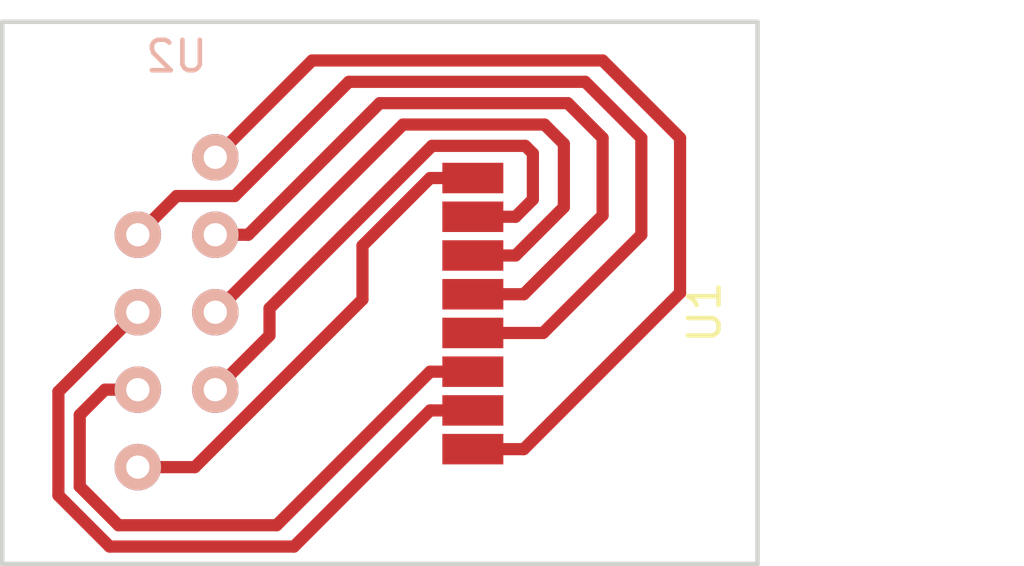
<source format=kicad_pcb>
(kicad_pcb (version 20171130) (host pcbnew "(5.0.2)-1")

  (general
    (thickness 1.6)
    (drawings 6)
    (tracks 55)
    (zones 0)
    (modules 2)
    (nets 9)
  )

  (page A4)
  (layers
    (0 F.Cu signal)
    (31 B.Cu signal)
    (32 B.Adhes user)
    (33 F.Adhes user)
    (34 B.Paste user)
    (35 F.Paste user)
    (36 B.SilkS user)
    (37 F.SilkS user)
    (38 B.Mask user)
    (39 F.Mask user)
    (40 Dwgs.User user)
    (41 Cmts.User user)
    (42 Eco1.User user)
    (43 Eco2.User user)
    (44 Edge.Cuts user)
    (45 Margin user)
    (46 B.CrtYd user)
    (47 F.CrtYd user)
    (48 B.Fab user)
    (49 F.Fab user)
  )

  (setup
    (last_trace_width 0.4)
    (trace_clearance 0.3)
    (zone_clearance 0.508)
    (zone_45_only no)
    (trace_min 0.2)
    (segment_width 0.2)
    (edge_width 0.15)
    (via_size 0.8)
    (via_drill 0.4)
    (via_min_size 0.4)
    (via_min_drill 0.3)
    (uvia_size 0.3)
    (uvia_drill 0.1)
    (uvias_allowed no)
    (uvia_min_size 0.2)
    (uvia_min_drill 0.1)
    (pcb_text_width 0.3)
    (pcb_text_size 1.5 1.5)
    (mod_edge_width 0.15)
    (mod_text_size 1 1)
    (mod_text_width 0.15)
    (pad_size 1.524 1.524)
    (pad_drill 0.762)
    (pad_to_mask_clearance 0.051)
    (solder_mask_min_width 0.25)
    (aux_axis_origin 0 0)
    (visible_elements 7FFFFFFF)
    (pcbplotparams
      (layerselection 0x010fc_ffffffff)
      (usegerberextensions false)
      (usegerberattributes false)
      (usegerberadvancedattributes false)
      (creategerberjobfile false)
      (excludeedgelayer true)
      (linewidth 0.100000)
      (plotframeref false)
      (viasonmask false)
      (mode 1)
      (useauxorigin false)
      (hpglpennumber 1)
      (hpglpenspeed 20)
      (hpglpendiameter 15.000000)
      (psnegative false)
      (psa4output false)
      (plotreference true)
      (plotvalue true)
      (plotinvisibletext false)
      (padsonsilk false)
      (subtractmaskfromsilk false)
      (outputformat 1)
      (mirror false)
      (drillshape 0)
      (scaleselection 1)
      (outputdirectory "Drill"))
  )

  (net 0 "")
  (net 1 "Net-(U1-Pad2)")
  (net 2 "Net-(U1-Pad1)")
  (net 3 "Net-(U1-Pad3)")
  (net 4 "Net-(U1-Pad4)")
  (net 5 "Net-(U1-Pad5)")
  (net 6 "Net-(U1-Pad6)")
  (net 7 "Net-(U1-Pad7)")
  (net 8 "Net-(U1-Pad8)")

  (net_class Default "Esta es la clase de red por defecto."
    (clearance 0.3)
    (trace_width 0.4)
    (via_dia 0.8)
    (via_drill 0.4)
    (uvia_dia 0.3)
    (uvia_drill 0.1)
    (add_net "Net-(U1-Pad1)")
    (add_net "Net-(U1-Pad2)")
    (add_net "Net-(U1-Pad3)")
    (add_net "Net-(U1-Pad4)")
    (add_net "Net-(U1-Pad5)")
    (add_net "Net-(U1-Pad6)")
    (add_net "Net-(U1-Pad7)")
    (add_net "Net-(U1-Pad8)")
  )

  (module orangepi-zero:opi_edit_nrf24 (layer B.Cu) (tedit 5C3B30A5) (tstamp 5C3B2F86)
    (at 180.34 73.025 180)
    (path /5C3A60AC)
    (fp_text reference U2 (at 0 -0.5 180) (layer B.SilkS)
      (effects (font (size 1 1) (thickness 0.15)) (justify mirror))
    )
    (fp_text value orange_pi_zero (at 0 0.5 180) (layer B.Fab)
      (effects (font (size 1 1) (thickness 0.15)) (justify mirror))
    )
    (pad 126 thru_hole circle (at -1.27 -3.81 180) (size 1.524 1.524) (drill 0.762) (layers *.Cu *.Mask B.SilkS)
      (net 8 "Net-(U1-Pad8)"))
    (pad 124 thru_hole circle (at -1.27 -6.35 180) (size 1.524 1.524) (drill 0.762) (layers *.Cu *.Mask B.SilkS)
      (net 4 "Net-(U1-Pad4)"))
    (pad 121 thru_hole circle (at 1.27 -8.89 180) (size 1.524 1.524) (drill 0.762) (layers *.Cu *.Mask B.SilkS)
      (net 7 "Net-(U1-Pad7)"))
    (pad 117 thru_hole circle (at 1.27 -13.97 180) (size 1.524 1.524) (drill 0.762) (layers *.Cu *.Mask B.SilkS)
      (net 1 "Net-(U1-Pad2)"))
    (pad 122 thru_hole circle (at -1.27 -8.89 180) (size 1.524 1.524) (drill 0.762) (layers *.Cu *.Mask B.SilkS)
      (net 3 "Net-(U1-Pad3)"))
    (pad 120 thru_hole circle (at -1.27 -11.43 180) (size 1.524 1.524) (drill 0.762) (layers *.Cu *.Mask B.SilkS)
      (net 2 "Net-(U1-Pad1)"))
    (pad 119 thru_hole circle (at 1.27 -11.43 180) (size 1.524 1.524) (drill 0.762) (layers *.Cu *.Mask B.SilkS)
      (net 6 "Net-(U1-Pad6)"))
    (pad 123 thru_hole circle (at 1.27 -6.35 180) (size 1.524 1.524) (drill 0.762) (layers *.Cu *.Mask B.SilkS)
      (net 5 "Net-(U1-Pad5)"))
  )

  (module mysensors_radios:NRF24L01-SMD (layer F.Cu) (tedit 574A9E44) (tstamp 5C538502)
    (at 198.755 81.915 270)
    (path /5C3934BA)
    (fp_text reference U1 (at 0 1.1 270) (layer F.SilkS)
      (effects (font (size 1 1) (thickness 0.15)))
    )
    (fp_text value NRF24L01_Breakout (at 0 -4.8 270) (layer F.Fab)
      (effects (font (size 1 1) (thickness 0.15)))
    )
    (fp_line (start -6 -2.8) (end 6 -2.8) (layer F.CrtYd) (width 0.15))
    (fp_line (start -6 8.7) (end -6 -9.3) (layer F.CrtYd) (width 0.15))
    (fp_line (start 6 8.7) (end -6 8.7) (layer F.CrtYd) (width 0.15))
    (fp_line (start 6 -9.3) (end 6 8.7) (layer F.CrtYd) (width 0.15))
    (fp_line (start -6 -9.3) (end 6 -9.3) (layer F.CrtYd) (width 0.15))
    (pad 2 smd rect (at -4.4 8.7 270) (size 1 2) (layers F.Cu F.Paste F.Mask)
      (net 1 "Net-(U1-Pad2)"))
    (pad 1 smd rect (at -3.13 8.7 270) (size 1 2) (layers F.Cu F.Paste F.Mask)
      (net 2 "Net-(U1-Pad1)"))
    (pad 3 smd rect (at -1.86 8.7 270) (size 1 2) (layers F.Cu F.Paste F.Mask)
      (net 3 "Net-(U1-Pad3)"))
    (pad 4 smd rect (at -0.59 8.7 270) (size 1 2) (layers F.Cu F.Paste F.Mask)
      (net 4 "Net-(U1-Pad4)"))
    (pad 5 smd rect (at 0.68 8.7 270) (size 1 2) (layers F.Cu F.Paste F.Mask)
      (net 5 "Net-(U1-Pad5)"))
    (pad 6 smd rect (at 1.95 8.7 270) (size 1 2) (layers F.Cu F.Paste F.Mask)
      (net 6 "Net-(U1-Pad6)"))
    (pad 7 smd rect (at 3.22 8.7 270) (size 1 2) (layers F.Cu F.Paste F.Mask)
      (net 7 "Net-(U1-Pad7)"))
    (pad 8 smd rect (at 4.49 8.7 270) (size 1 2) (layers F.Cu F.Paste F.Mask)
      (net 8 "Net-(U1-Pad8)"))
    (model ${MYSLOCAL}/mysensors.3dshapes/mysensors_radios.3dshapes/nrf24smd.wrl
      (offset (xyz -146.3674978017807 73.65999889373779 0.7619999885559082))
      (scale (xyz 0.395 0.395 0.395))
      (rotate (xyz 0 0 0))
    )
    (model Housings_DFN_QFN.3dshapes/QFN-20-1EP_5x5mm_Pitch0.65mm.wrl
      (offset (xyz 0.4190999937057495 -2.7685999584198 1.574799976348877))
      (scale (xyz 1 1 1))
      (rotate (xyz 0 0 0))
    )
  )

  (gr_line (start 174.625 74.295) (end 174.625 72.39) (layer Edge.Cuts) (width 0.15))
  (gr_line (start 199.39 72.39) (end 174.625 72.39) (layer Edge.Cuts) (width 0.15))
  (gr_line (start 199.39 90.17) (end 199.39 72.39) (layer Edge.Cuts) (width 0.15))
  (gr_line (start 197.485 90.17) (end 199.39 90.17) (layer Edge.Cuts) (width 0.15))
  (gr_line (start 174.625 90.17) (end 197.485 90.17) (layer Edge.Cuts) (width 0.15))
  (gr_line (start 174.625 74.295) (end 174.625 90.17) (layer Edge.Cuts) (width 0.15))

  (segment (start 180.937762 86.995) (end 186.436 81.496762) (width 0.4) (layer F.Cu) (net 1))
  (segment (start 179.07 86.995) (end 180.937762 86.995) (width 0.4) (layer F.Cu) (net 1))
  (segment (start 188.655 77.515) (end 190.055 77.515) (width 0.4) (layer F.Cu) (net 1))
  (segment (start 186.436 79.734) (end 188.655 77.515) (width 0.4) (layer F.Cu) (net 1))
  (segment (start 186.436 81.496762) (end 186.436 79.734) (width 0.4) (layer F.Cu) (net 1))
  (segment (start 181.61 84.455) (end 183.388 82.677) (width 0.4) (layer F.Cu) (net 2))
  (segment (start 183.388 81.788) (end 188.715959 76.460041) (width 0.4) (layer F.Cu) (net 2))
  (segment (start 183.388 82.677) (end 183.388 81.788) (width 0.4) (layer F.Cu) (net 2))
  (segment (start 188.715959 76.460041) (end 191.776041 76.460041) (width 0.4) (layer F.Cu) (net 2))
  (segment (start 191.776041 76.460041) (end 192.024 76.708) (width 0.4) (layer F.Cu) (net 2))
  (segment (start 191.455 78.785) (end 190.055 78.785) (width 0.4) (layer F.Cu) (net 2))
  (segment (start 192.024 78.216) (end 191.455 78.785) (width 0.4) (layer F.Cu) (net 2))
  (segment (start 192.024 76.708) (end 192.024 78.216) (width 0.4) (layer F.Cu) (net 2))
  (segment (start 187.764969 75.760031) (end 192.405001 75.760031) (width 0.4) (layer F.Cu) (net 3))
  (segment (start 192.405001 75.760031) (end 193.04 76.39503) (width 0.4) (layer F.Cu) (net 3))
  (segment (start 181.61 81.915) (end 187.764969 75.760031) (width 0.4) (layer F.Cu) (net 3))
  (segment (start 193.04 78.47) (end 191.455 80.055) (width 0.4) (layer F.Cu) (net 3))
  (segment (start 193.04 76.39503) (end 193.04 78.47) (width 0.4) (layer F.Cu) (net 3))
  (segment (start 191.455 80.055) (end 190.055 80.055) (width 0.4) (layer F.Cu) (net 3))
  (segment (start 191.725 81.325) (end 190.055 81.325) (width 0.4) (layer F.Cu) (net 4))
  (segment (start 194.31 78.74) (end 191.725 81.325) (width 0.4) (layer F.Cu) (net 4))
  (segment (start 194.31 76.2) (end 194.31 78.74) (width 0.4) (layer F.Cu) (net 4))
  (segment (start 182.68763 79.375) (end 187.00261 75.06002) (width 0.4) (layer F.Cu) (net 4))
  (segment (start 181.61 79.375) (end 182.68763 79.375) (width 0.4) (layer F.Cu) (net 4))
  (segment (start 193.17002 75.06002) (end 194.31 76.2) (width 0.4) (layer F.Cu) (net 4))
  (segment (start 187.00261 75.06002) (end 193.17002 75.06002) (width 0.4) (layer F.Cu) (net 4))
  (segment (start 192.36 82.595) (end 190.055 82.595) (width 0.4) (layer F.Cu) (net 5))
  (segment (start 195.58 79.375) (end 192.36 82.595) (width 0.4) (layer F.Cu) (net 5))
  (segment (start 179.07 79.375) (end 180.34 78.105) (width 0.4) (layer F.Cu) (net 5))
  (segment (start 182.245 78.105) (end 185.98999 74.36001) (width 0.4) (layer F.Cu) (net 5))
  (segment (start 185.98999 74.36001) (end 193.74001 74.36001) (width 0.4) (layer F.Cu) (net 5))
  (segment (start 193.74001 74.36001) (end 195.58 76.2) (width 0.4) (layer F.Cu) (net 5))
  (segment (start 180.34 78.105) (end 182.245 78.105) (width 0.4) (layer F.Cu) (net 5))
  (segment (start 195.58 76.2) (end 195.58 79.375) (width 0.4) (layer F.Cu) (net 5))
  (segment (start 179.07 84.455) (end 179.424962 84.455) (width 0.4) (layer F.Cu) (net 6))
  (segment (start 188.655 83.865) (end 190.055 83.865) (width 0.4) (layer F.Cu) (net 6))
  (segment (start 179.07 84.455) (end 177.99237 84.455) (width 0.4) (layer F.Cu) (net 6))
  (segment (start 177.99237 84.455) (end 177.165 85.28237) (width 0.4) (layer F.Cu) (net 6))
  (segment (start 177.165 85.28237) (end 177.165 87.63) (width 0.4) (layer F.Cu) (net 6))
  (segment (start 177.165 87.63) (end 178.435 88.9) (width 0.4) (layer F.Cu) (net 6))
  (segment (start 178.435 88.9) (end 183.62 88.9) (width 0.4) (layer F.Cu) (net 6))
  (segment (start 183.62 88.9) (end 188.655 83.865) (width 0.4) (layer F.Cu) (net 6))
  (segment (start 178.308001 82.676999) (end 179.07 81.915) (width 0.4) (layer F.Cu) (net 7))
  (segment (start 176.46499 87.919953) (end 176.46499 84.52001) (width 0.4) (layer F.Cu) (net 7))
  (segment (start 178.145047 89.60001) (end 176.46499 87.919953) (width 0.4) (layer F.Cu) (net 7))
  (segment (start 184.18999 89.60001) (end 178.145047 89.60001) (width 0.4) (layer F.Cu) (net 7))
  (segment (start 176.46499 84.52001) (end 178.308001 82.676999) (width 0.4) (layer F.Cu) (net 7))
  (segment (start 188.655 85.135) (end 184.18999 89.60001) (width 0.4) (layer F.Cu) (net 7))
  (segment (start 190.055 85.135) (end 188.655 85.135) (width 0.4) (layer F.Cu) (net 7))
  (segment (start 191.725 86.405) (end 190.055 86.405) (width 0.4) (layer F.Cu) (net 8))
  (segment (start 196.85 81.28) (end 191.725 86.405) (width 0.4) (layer F.Cu) (net 8))
  (segment (start 196.85 76.2) (end 196.85 81.28) (width 0.4) (layer F.Cu) (net 8))
  (segment (start 194.31 73.66) (end 196.85 76.2) (width 0.4) (layer F.Cu) (net 8))
  (segment (start 181.61 76.835) (end 184.785 73.66) (width 0.4) (layer F.Cu) (net 8))
  (segment (start 184.785 73.66) (end 194.31 73.66) (width 0.4) (layer F.Cu) (net 8))

)

</source>
